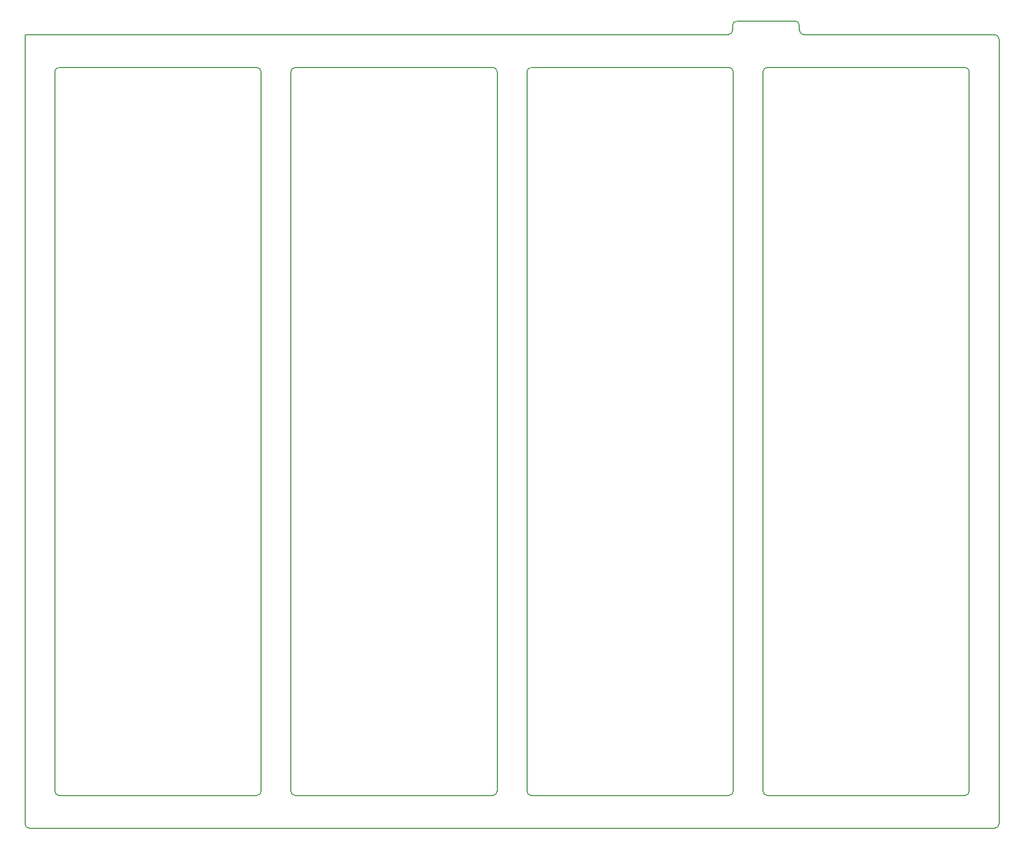
<source format=gbr>
%TF.GenerationSoftware,KiCad,Pcbnew,7.0.6*%
%TF.CreationDate,2024-01-17T22:25:57+01:00*%
%TF.ProjectId,FT24-AMS-Slave_v1-VTSENS,46543234-2d41-44d5-932d-536c6176655f,rev?*%
%TF.SameCoordinates,Original*%
%TF.FileFunction,Profile,NP*%
%FSLAX46Y46*%
G04 Gerber Fmt 4.6, Leading zero omitted, Abs format (unit mm)*
G04 Created by KiCad (PCBNEW 7.0.6) date 2024-01-17 22:25:57*
%MOMM*%
%LPD*%
G01*
G04 APERTURE LIST*
%TA.AperFunction,Profile*%
%ADD10C,0.200000*%
%TD*%
G04 APERTURE END LIST*
D10*
X184096740Y-23919670D02*
X184096740Y-24219670D01*
X223875524Y-31219670D02*
X223875524Y-152069670D01*
X70969670Y-30469670D02*
X104133633Y-30469670D01*
X109883633Y-152069670D02*
X109883633Y-31219670D01*
X143797597Y-152819670D02*
X110633633Y-152819670D01*
X228125524Y-24969670D02*
X196073843Y-24969670D01*
X150297597Y-30469697D02*
G75*
G03*
X149547597Y-31219670I3J-750003D01*
G01*
X195323846Y-24217619D02*
X195324656Y-23921721D01*
X228875530Y-25719670D02*
G75*
G03*
X228125524Y-24969670I-750030J-30D01*
G01*
X149547597Y-152069670D02*
X149547597Y-31219670D01*
X104883633Y-31219670D02*
X104883633Y-152069670D01*
X70219730Y-152069670D02*
G75*
G03*
X70969670Y-152819670I749970J-30D01*
G01*
X184211630Y-31219670D02*
G75*
G03*
X183461560Y-30469670I-750030J-30D01*
G01*
X144547630Y-31219670D02*
G75*
G03*
X143797597Y-30469670I-750030J-30D01*
G01*
X189211630Y-152069670D02*
G75*
G03*
X189961560Y-152819670I749970J-30D01*
G01*
X195324727Y-23421721D02*
G75*
G03*
X194574658Y-22669670I-749927J2121D01*
G01*
X184846740Y-22669640D02*
G75*
G03*
X184096740Y-23419670I60J-750060D01*
G01*
X143797597Y-152819697D02*
G75*
G03*
X144547597Y-152069670I3J749997D01*
G01*
X183461560Y-152819660D02*
G75*
G03*
X184211560Y-152069670I40J749960D01*
G01*
X228125524Y-158319624D02*
G75*
G03*
X228875524Y-157569670I-24J750024D01*
G01*
X223125524Y-152819670D02*
X189961560Y-152819670D01*
X65969670Y-158319670D02*
X228125524Y-158319670D01*
X194574658Y-22669670D02*
X184846740Y-22669670D01*
X184211560Y-31219670D02*
X184211560Y-152069670D01*
X70969670Y-30469670D02*
G75*
G03*
X70219670Y-31219670I30J-750030D01*
G01*
X183346740Y-24969670D02*
X65219670Y-24969670D01*
X195323833Y-24217619D02*
G75*
G03*
X196073843Y-24969670I749967J-2081D01*
G01*
X104133633Y-152819670D02*
X70969670Y-152819670D01*
X223125524Y-152819624D02*
G75*
G03*
X223875524Y-152069670I-24J750024D01*
G01*
X189211560Y-152069670D02*
X189211560Y-31219670D01*
X104133633Y-152819633D02*
G75*
G03*
X104883633Y-152069670I-33J750033D01*
G01*
X195324655Y-23421721D02*
X195324656Y-23921721D01*
X189961560Y-30469660D02*
G75*
G03*
X189211560Y-31219670I40J-750040D01*
G01*
X109883630Y-152069670D02*
G75*
G03*
X110633633Y-152819670I750070J70D01*
G01*
X144547597Y-31219670D02*
X144547597Y-152069670D01*
X184096740Y-23419670D02*
X184096740Y-23919670D01*
X183461560Y-152819670D02*
X150297597Y-152819670D01*
X104883630Y-31219670D02*
G75*
G03*
X104133633Y-30469670I-750030J-30D01*
G01*
X150297597Y-30469670D02*
X183461560Y-30469670D01*
X70219670Y-152069670D02*
X70219670Y-31219670D01*
X228875524Y-157569670D02*
X228875524Y-25719670D01*
X149547530Y-152069670D02*
G75*
G03*
X150297597Y-152819670I749970J-30D01*
G01*
X183346740Y-24969740D02*
G75*
G03*
X184096740Y-24219670I-40J750040D01*
G01*
X110633633Y-30469733D02*
G75*
G03*
X109883633Y-31219670I-33J-749967D01*
G01*
X189961560Y-30469670D02*
X223125524Y-30469670D01*
X223875530Y-31219670D02*
G75*
G03*
X223125524Y-30469670I-750030J-30D01*
G01*
X65219670Y-24969670D02*
X65219670Y-157569670D01*
X110633633Y-30469670D02*
X143797597Y-30469670D01*
X65219730Y-157569670D02*
G75*
G03*
X65969670Y-158319670I749970J-30D01*
G01*
M02*

</source>
